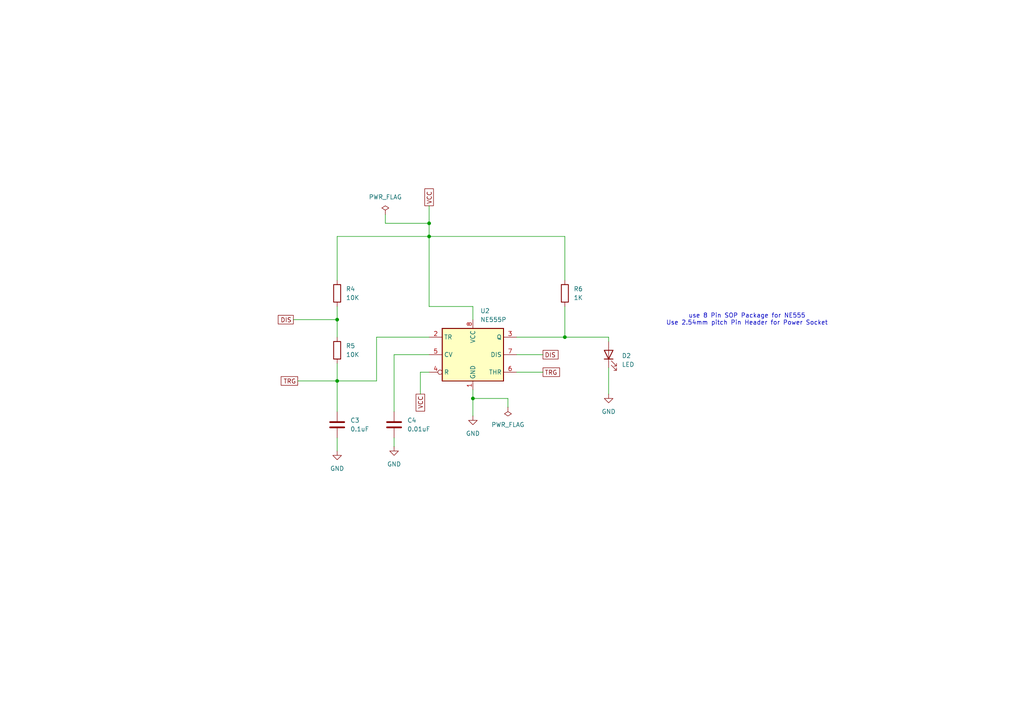
<source format=kicad_sch>
(kicad_sch
	(version 20250114)
	(generator "eeschema")
	(generator_version "9.0")
	(uuid "a28c6c67-adb5-4032-b2e1-fdc3d082dcf5")
	(paper "A4")
	(lib_symbols
		(symbol "Device:C"
			(pin_numbers
				(hide yes)
			)
			(pin_names
				(offset 0.254)
			)
			(exclude_from_sim no)
			(in_bom yes)
			(on_board yes)
			(property "Reference" "C"
				(at 0.635 2.54 0)
				(effects
					(font
						(size 1.27 1.27)
					)
					(justify left)
				)
			)
			(property "Value" "C"
				(at 0.635 -2.54 0)
				(effects
					(font
						(size 1.27 1.27)
					)
					(justify left)
				)
			)
			(property "Footprint" ""
				(at 0.9652 -3.81 0)
				(effects
					(font
						(size 1.27 1.27)
					)
					(hide yes)
				)
			)
			(property "Datasheet" "~"
				(at 0 0 0)
				(effects
					(font
						(size 1.27 1.27)
					)
					(hide yes)
				)
			)
			(property "Description" "Unpolarized capacitor"
				(at 0 0 0)
				(effects
					(font
						(size 1.27 1.27)
					)
					(hide yes)
				)
			)
			(property "ki_keywords" "cap capacitor"
				(at 0 0 0)
				(effects
					(font
						(size 1.27 1.27)
					)
					(hide yes)
				)
			)
			(property "ki_fp_filters" "C_*"
				(at 0 0 0)
				(effects
					(font
						(size 1.27 1.27)
					)
					(hide yes)
				)
			)
			(symbol "C_0_1"
				(polyline
					(pts
						(xy -2.032 0.762) (xy 2.032 0.762)
					)
					(stroke
						(width 0.508)
						(type default)
					)
					(fill
						(type none)
					)
				)
				(polyline
					(pts
						(xy -2.032 -0.762) (xy 2.032 -0.762)
					)
					(stroke
						(width 0.508)
						(type default)
					)
					(fill
						(type none)
					)
				)
			)
			(symbol "C_1_1"
				(pin passive line
					(at 0 3.81 270)
					(length 2.794)
					(name "~"
						(effects
							(font
								(size 1.27 1.27)
							)
						)
					)
					(number "1"
						(effects
							(font
								(size 1.27 1.27)
							)
						)
					)
				)
				(pin passive line
					(at 0 -3.81 90)
					(length 2.794)
					(name "~"
						(effects
							(font
								(size 1.27 1.27)
							)
						)
					)
					(number "2"
						(effects
							(font
								(size 1.27 1.27)
							)
						)
					)
				)
			)
			(embedded_fonts no)
		)
		(symbol "Device:LED"
			(pin_numbers
				(hide yes)
			)
			(pin_names
				(offset 1.016)
				(hide yes)
			)
			(exclude_from_sim no)
			(in_bom yes)
			(on_board yes)
			(property "Reference" "D"
				(at 0 2.54 0)
				(effects
					(font
						(size 1.27 1.27)
					)
				)
			)
			(property "Value" "LED"
				(at 0 -2.54 0)
				(effects
					(font
						(size 1.27 1.27)
					)
				)
			)
			(property "Footprint" ""
				(at 0 0 0)
				(effects
					(font
						(size 1.27 1.27)
					)
					(hide yes)
				)
			)
			(property "Datasheet" "~"
				(at 0 0 0)
				(effects
					(font
						(size 1.27 1.27)
					)
					(hide yes)
				)
			)
			(property "Description" "Light emitting diode"
				(at 0 0 0)
				(effects
					(font
						(size 1.27 1.27)
					)
					(hide yes)
				)
			)
			(property "Sim.Pins" "1=K 2=A"
				(at 0 0 0)
				(effects
					(font
						(size 1.27 1.27)
					)
					(hide yes)
				)
			)
			(property "ki_keywords" "LED diode"
				(at 0 0 0)
				(effects
					(font
						(size 1.27 1.27)
					)
					(hide yes)
				)
			)
			(property "ki_fp_filters" "LED* LED_SMD:* LED_THT:*"
				(at 0 0 0)
				(effects
					(font
						(size 1.27 1.27)
					)
					(hide yes)
				)
			)
			(symbol "LED_0_1"
				(polyline
					(pts
						(xy -3.048 -0.762) (xy -4.572 -2.286) (xy -3.81 -2.286) (xy -4.572 -2.286) (xy -4.572 -1.524)
					)
					(stroke
						(width 0)
						(type default)
					)
					(fill
						(type none)
					)
				)
				(polyline
					(pts
						(xy -1.778 -0.762) (xy -3.302 -2.286) (xy -2.54 -2.286) (xy -3.302 -2.286) (xy -3.302 -1.524)
					)
					(stroke
						(width 0)
						(type default)
					)
					(fill
						(type none)
					)
				)
				(polyline
					(pts
						(xy -1.27 0) (xy 1.27 0)
					)
					(stroke
						(width 0)
						(type default)
					)
					(fill
						(type none)
					)
				)
				(polyline
					(pts
						(xy -1.27 -1.27) (xy -1.27 1.27)
					)
					(stroke
						(width 0.254)
						(type default)
					)
					(fill
						(type none)
					)
				)
				(polyline
					(pts
						(xy 1.27 -1.27) (xy 1.27 1.27) (xy -1.27 0) (xy 1.27 -1.27)
					)
					(stroke
						(width 0.254)
						(type default)
					)
					(fill
						(type none)
					)
				)
			)
			(symbol "LED_1_1"
				(pin passive line
					(at -3.81 0 0)
					(length 2.54)
					(name "K"
						(effects
							(font
								(size 1.27 1.27)
							)
						)
					)
					(number "1"
						(effects
							(font
								(size 1.27 1.27)
							)
						)
					)
				)
				(pin passive line
					(at 3.81 0 180)
					(length 2.54)
					(name "A"
						(effects
							(font
								(size 1.27 1.27)
							)
						)
					)
					(number "2"
						(effects
							(font
								(size 1.27 1.27)
							)
						)
					)
				)
			)
			(embedded_fonts no)
		)
		(symbol "Device:R"
			(pin_numbers
				(hide yes)
			)
			(pin_names
				(offset 0)
			)
			(exclude_from_sim no)
			(in_bom yes)
			(on_board yes)
			(property "Reference" "R"
				(at 2.032 0 90)
				(effects
					(font
						(size 1.27 1.27)
					)
				)
			)
			(property "Value" "R"
				(at 0 0 90)
				(effects
					(font
						(size 1.27 1.27)
					)
				)
			)
			(property "Footprint" ""
				(at -1.778 0 90)
				(effects
					(font
						(size 1.27 1.27)
					)
					(hide yes)
				)
			)
			(property "Datasheet" "~"
				(at 0 0 0)
				(effects
					(font
						(size 1.27 1.27)
					)
					(hide yes)
				)
			)
			(property "Description" "Resistor"
				(at 0 0 0)
				(effects
					(font
						(size 1.27 1.27)
					)
					(hide yes)
				)
			)
			(property "ki_keywords" "R res resistor"
				(at 0 0 0)
				(effects
					(font
						(size 1.27 1.27)
					)
					(hide yes)
				)
			)
			(property "ki_fp_filters" "R_*"
				(at 0 0 0)
				(effects
					(font
						(size 1.27 1.27)
					)
					(hide yes)
				)
			)
			(symbol "R_0_1"
				(rectangle
					(start -1.016 -2.54)
					(end 1.016 2.54)
					(stroke
						(width 0.254)
						(type default)
					)
					(fill
						(type none)
					)
				)
			)
			(symbol "R_1_1"
				(pin passive line
					(at 0 3.81 270)
					(length 1.27)
					(name "~"
						(effects
							(font
								(size 1.27 1.27)
							)
						)
					)
					(number "1"
						(effects
							(font
								(size 1.27 1.27)
							)
						)
					)
				)
				(pin passive line
					(at 0 -3.81 90)
					(length 1.27)
					(name "~"
						(effects
							(font
								(size 1.27 1.27)
							)
						)
					)
					(number "2"
						(effects
							(font
								(size 1.27 1.27)
							)
						)
					)
				)
			)
			(embedded_fonts no)
		)
		(symbol "Timer:NE555P"
			(exclude_from_sim no)
			(in_bom yes)
			(on_board yes)
			(property "Reference" "U"
				(at -10.16 8.89 0)
				(effects
					(font
						(size 1.27 1.27)
					)
					(justify left)
				)
			)
			(property "Value" "NE555P"
				(at 2.54 8.89 0)
				(effects
					(font
						(size 1.27 1.27)
					)
					(justify left)
				)
			)
			(property "Footprint" "Package_DIP:DIP-8_W7.62mm"
				(at 16.51 -10.16 0)
				(effects
					(font
						(size 1.27 1.27)
					)
					(hide yes)
				)
			)
			(property "Datasheet" "http://www.ti.com/lit/ds/symlink/ne555.pdf"
				(at 21.59 -10.16 0)
				(effects
					(font
						(size 1.27 1.27)
					)
					(hide yes)
				)
			)
			(property "Description" "Precision Timers, 555 compatible,  PDIP-8"
				(at 0 0 0)
				(effects
					(font
						(size 1.27 1.27)
					)
					(hide yes)
				)
			)
			(property "ki_keywords" "single timer 555"
				(at 0 0 0)
				(effects
					(font
						(size 1.27 1.27)
					)
					(hide yes)
				)
			)
			(property "ki_fp_filters" "DIP*W7.62mm*"
				(at 0 0 0)
				(effects
					(font
						(size 1.27 1.27)
					)
					(hide yes)
				)
			)
			(symbol "NE555P_0_0"
				(pin power_in line
					(at 0 10.16 270)
					(length 2.54)
					(name "VCC"
						(effects
							(font
								(size 1.27 1.27)
							)
						)
					)
					(number "8"
						(effects
							(font
								(size 1.27 1.27)
							)
						)
					)
				)
				(pin power_in line
					(at 0 -10.16 90)
					(length 2.54)
					(name "GND"
						(effects
							(font
								(size 1.27 1.27)
							)
						)
					)
					(number "1"
						(effects
							(font
								(size 1.27 1.27)
							)
						)
					)
				)
			)
			(symbol "NE555P_0_1"
				(rectangle
					(start -8.89 -7.62)
					(end 8.89 7.62)
					(stroke
						(width 0.254)
						(type default)
					)
					(fill
						(type background)
					)
				)
				(rectangle
					(start -8.89 -7.62)
					(end 8.89 7.62)
					(stroke
						(width 0.254)
						(type default)
					)
					(fill
						(type background)
					)
				)
			)
			(symbol "NE555P_1_1"
				(pin input line
					(at -12.7 5.08 0)
					(length 3.81)
					(name "TR"
						(effects
							(font
								(size 1.27 1.27)
							)
						)
					)
					(number "2"
						(effects
							(font
								(size 1.27 1.27)
							)
						)
					)
				)
				(pin input line
					(at -12.7 0 0)
					(length 3.81)
					(name "CV"
						(effects
							(font
								(size 1.27 1.27)
							)
						)
					)
					(number "5"
						(effects
							(font
								(size 1.27 1.27)
							)
						)
					)
				)
				(pin input inverted
					(at -12.7 -5.08 0)
					(length 3.81)
					(name "R"
						(effects
							(font
								(size 1.27 1.27)
							)
						)
					)
					(number "4"
						(effects
							(font
								(size 1.27 1.27)
							)
						)
					)
				)
				(pin output line
					(at 12.7 5.08 180)
					(length 3.81)
					(name "Q"
						(effects
							(font
								(size 1.27 1.27)
							)
						)
					)
					(number "3"
						(effects
							(font
								(size 1.27 1.27)
							)
						)
					)
				)
				(pin input line
					(at 12.7 0 180)
					(length 3.81)
					(name "DIS"
						(effects
							(font
								(size 1.27 1.27)
							)
						)
					)
					(number "7"
						(effects
							(font
								(size 1.27 1.27)
							)
						)
					)
				)
				(pin input line
					(at 12.7 -5.08 180)
					(length 3.81)
					(name "THR"
						(effects
							(font
								(size 1.27 1.27)
							)
						)
					)
					(number "6"
						(effects
							(font
								(size 1.27 1.27)
							)
						)
					)
				)
			)
			(embedded_fonts no)
		)
		(symbol "power:GND"
			(power)
			(pin_numbers
				(hide yes)
			)
			(pin_names
				(offset 0)
				(hide yes)
			)
			(exclude_from_sim no)
			(in_bom yes)
			(on_board yes)
			(property "Reference" "#PWR"
				(at 0 -6.35 0)
				(effects
					(font
						(size 1.27 1.27)
					)
					(hide yes)
				)
			)
			(property "Value" "GND"
				(at 0 -3.81 0)
				(effects
					(font
						(size 1.27 1.27)
					)
				)
			)
			(property "Footprint" ""
				(at 0 0 0)
				(effects
					(font
						(size 1.27 1.27)
					)
					(hide yes)
				)
			)
			(property "Datasheet" ""
				(at 0 0 0)
				(effects
					(font
						(size 1.27 1.27)
					)
					(hide yes)
				)
			)
			(property "Description" "Power symbol creates a global label with name \"GND\" , ground"
				(at 0 0 0)
				(effects
					(font
						(size 1.27 1.27)
					)
					(hide yes)
				)
			)
			(property "ki_keywords" "global power"
				(at 0 0 0)
				(effects
					(font
						(size 1.27 1.27)
					)
					(hide yes)
				)
			)
			(symbol "GND_0_1"
				(polyline
					(pts
						(xy 0 0) (xy 0 -1.27) (xy 1.27 -1.27) (xy 0 -2.54) (xy -1.27 -1.27) (xy 0 -1.27)
					)
					(stroke
						(width 0)
						(type default)
					)
					(fill
						(type none)
					)
				)
			)
			(symbol "GND_1_1"
				(pin power_in line
					(at 0 0 270)
					(length 0)
					(name "~"
						(effects
							(font
								(size 1.27 1.27)
							)
						)
					)
					(number "1"
						(effects
							(font
								(size 1.27 1.27)
							)
						)
					)
				)
			)
			(embedded_fonts no)
		)
		(symbol "power:PWR_FLAG"
			(power)
			(pin_numbers
				(hide yes)
			)
			(pin_names
				(offset 0)
				(hide yes)
			)
			(exclude_from_sim no)
			(in_bom yes)
			(on_board yes)
			(property "Reference" "#FLG"
				(at 0 1.905 0)
				(effects
					(font
						(size 1.27 1.27)
					)
					(hide yes)
				)
			)
			(property "Value" "PWR_FLAG"
				(at 0 3.81 0)
				(effects
					(font
						(size 1.27 1.27)
					)
				)
			)
			(property "Footprint" ""
				(at 0 0 0)
				(effects
					(font
						(size 1.27 1.27)
					)
					(hide yes)
				)
			)
			(property "Datasheet" "~"
				(at 0 0 0)
				(effects
					(font
						(size 1.27 1.27)
					)
					(hide yes)
				)
			)
			(property "Description" "Special symbol for telling ERC where power comes from"
				(at 0 0 0)
				(effects
					(font
						(size 1.27 1.27)
					)
					(hide yes)
				)
			)
			(property "ki_keywords" "flag power"
				(at 0 0 0)
				(effects
					(font
						(size 1.27 1.27)
					)
					(hide yes)
				)
			)
			(symbol "PWR_FLAG_0_0"
				(pin power_out line
					(at 0 0 90)
					(length 0)
					(name "~"
						(effects
							(font
								(size 1.27 1.27)
							)
						)
					)
					(number "1"
						(effects
							(font
								(size 1.27 1.27)
							)
						)
					)
				)
			)
			(symbol "PWR_FLAG_0_1"
				(polyline
					(pts
						(xy 0 0) (xy 0 1.27) (xy -1.016 1.905) (xy 0 2.54) (xy 1.016 1.905) (xy 0 1.27)
					)
					(stroke
						(width 0)
						(type default)
					)
					(fill
						(type none)
					)
				)
			)
			(embedded_fonts no)
		)
	)
	(text "use 8 Pin SOP Package for NE555\nUse 2.54mm pitch Pin Header for Power Socket"
		(exclude_from_sim no)
		(at 216.662 92.71 0)
		(effects
			(font
				(size 1.27 1.27)
			)
		)
		(uuid "19e91809-8bf3-4120-8590-26e94f0e53df")
	)
	(junction
		(at 137.16 115.57)
		(diameter 0)
		(color 0 0 0 0)
		(uuid "170f1544-3d0c-4949-b31a-e1a611874d69")
	)
	(junction
		(at 97.79 110.49)
		(diameter 0)
		(color 0 0 0 0)
		(uuid "5a98c45b-b466-4a26-99c3-3cc8c2625595")
	)
	(junction
		(at 97.79 92.71)
		(diameter 0)
		(color 0 0 0 0)
		(uuid "a246986b-70de-4e4c-b0d1-8bd2a7797140")
	)
	(junction
		(at 163.83 97.79)
		(diameter 0)
		(color 0 0 0 0)
		(uuid "b2a26d53-5284-4388-8bea-8b3f29b2893a")
	)
	(junction
		(at 124.46 64.77)
		(diameter 0)
		(color 0 0 0 0)
		(uuid "db453200-6752-48e9-8c4b-e27bd41ddf43")
	)
	(junction
		(at 124.46 68.58)
		(diameter 0)
		(color 0 0 0 0)
		(uuid "fe52dc24-1b9a-4bc9-a8a0-725a5becd929")
	)
	(wire
		(pts
			(xy 97.79 68.58) (xy 124.46 68.58)
		)
		(stroke
			(width 0)
			(type default)
		)
		(uuid "12234cea-b78f-46f2-a49e-3259aaa2b3b7")
	)
	(wire
		(pts
			(xy 163.83 97.79) (xy 176.53 97.79)
		)
		(stroke
			(width 0)
			(type default)
		)
		(uuid "14ccda7c-3400-43ce-9c96-1d07af6e04d6")
	)
	(wire
		(pts
			(xy 137.16 115.57) (xy 147.32 115.57)
		)
		(stroke
			(width 0)
			(type default)
		)
		(uuid "162d09fc-9628-4260-a1aa-df5efcf823bf")
	)
	(wire
		(pts
			(xy 109.22 97.79) (xy 109.22 110.49)
		)
		(stroke
			(width 0)
			(type default)
		)
		(uuid "202d1f55-4aab-49b7-bb06-c455f383b722")
	)
	(wire
		(pts
			(xy 124.46 68.58) (xy 124.46 88.9)
		)
		(stroke
			(width 0)
			(type default)
		)
		(uuid "2758a149-2ede-48d2-8ff6-a914befef90e")
	)
	(wire
		(pts
			(xy 176.53 97.79) (xy 176.53 99.06)
		)
		(stroke
			(width 0)
			(type default)
		)
		(uuid "3d513889-3ac8-4dbe-9f97-c164bf2e8f39")
	)
	(wire
		(pts
			(xy 111.76 62.23) (xy 111.76 64.77)
		)
		(stroke
			(width 0)
			(type default)
		)
		(uuid "3dba11c9-7f1f-4efe-a55a-04bb140a4bf5")
	)
	(wire
		(pts
			(xy 124.46 59.69) (xy 124.46 64.77)
		)
		(stroke
			(width 0)
			(type default)
		)
		(uuid "46a410e4-b54b-49f0-80a6-6e05085f96bc")
	)
	(wire
		(pts
			(xy 149.86 97.79) (xy 163.83 97.79)
		)
		(stroke
			(width 0)
			(type default)
		)
		(uuid "49748542-5874-4602-8bc9-8b999315d31f")
	)
	(wire
		(pts
			(xy 85.09 92.71) (xy 97.79 92.71)
		)
		(stroke
			(width 0)
			(type default)
		)
		(uuid "4ba9f137-5a0b-4143-a5fc-6fa4fade112d")
	)
	(wire
		(pts
			(xy 137.16 88.9) (xy 124.46 88.9)
		)
		(stroke
			(width 0)
			(type default)
		)
		(uuid "50d0758a-bcee-4306-821d-8f45b55a7b56")
	)
	(wire
		(pts
			(xy 137.16 113.03) (xy 137.16 115.57)
		)
		(stroke
			(width 0)
			(type default)
		)
		(uuid "6276b732-004a-4687-b080-ac3511ac9faa")
	)
	(wire
		(pts
			(xy 97.79 105.41) (xy 97.79 110.49)
		)
		(stroke
			(width 0)
			(type default)
		)
		(uuid "630d0d0c-2ef6-4601-b87a-acfa541995d7")
	)
	(wire
		(pts
			(xy 163.83 68.58) (xy 163.83 81.28)
		)
		(stroke
			(width 0)
			(type default)
		)
		(uuid "6ebc3fa0-d582-4d53-b2b5-412b5f63c81d")
	)
	(wire
		(pts
			(xy 111.76 64.77) (xy 124.46 64.77)
		)
		(stroke
			(width 0)
			(type default)
		)
		(uuid "6fd99767-2d79-4776-9681-7d4045fc8d32")
	)
	(wire
		(pts
			(xy 147.32 118.11) (xy 147.32 115.57)
		)
		(stroke
			(width 0)
			(type default)
		)
		(uuid "754dd6c0-41c1-429b-8dfd-7c658f6d1b6a")
	)
	(wire
		(pts
			(xy 149.86 102.87) (xy 157.48 102.87)
		)
		(stroke
			(width 0)
			(type default)
		)
		(uuid "7834d939-a466-4aa0-9a6d-48a5f7e933f4")
	)
	(wire
		(pts
			(xy 97.79 88.9) (xy 97.79 92.71)
		)
		(stroke
			(width 0)
			(type default)
		)
		(uuid "7cea5691-c96e-4b03-a2cd-b5afabe62451")
	)
	(wire
		(pts
			(xy 114.3 102.87) (xy 114.3 119.38)
		)
		(stroke
			(width 0)
			(type default)
		)
		(uuid "89d5ca15-6202-4868-bb1c-854592cff775")
	)
	(wire
		(pts
			(xy 137.16 92.71) (xy 137.16 88.9)
		)
		(stroke
			(width 0)
			(type default)
		)
		(uuid "8f5b31d8-b165-49d6-99e5-3f05c264c60e")
	)
	(wire
		(pts
			(xy 114.3 127) (xy 114.3 129.54)
		)
		(stroke
			(width 0)
			(type default)
		)
		(uuid "91e604a0-ffe8-4475-b0b7-f4881fc212f7")
	)
	(wire
		(pts
			(xy 163.83 88.9) (xy 163.83 97.79)
		)
		(stroke
			(width 0)
			(type default)
		)
		(uuid "9861651b-91b4-41c5-814d-0f2decdfc0c7")
	)
	(wire
		(pts
			(xy 86.36 110.49) (xy 97.79 110.49)
		)
		(stroke
			(width 0)
			(type default)
		)
		(uuid "99dad336-33a7-4a32-a1e1-f2661a9651a2")
	)
	(wire
		(pts
			(xy 124.46 102.87) (xy 114.3 102.87)
		)
		(stroke
			(width 0)
			(type default)
		)
		(uuid "9f7231ca-6078-4ef6-b7ec-6af6768da1d0")
	)
	(wire
		(pts
			(xy 124.46 97.79) (xy 109.22 97.79)
		)
		(stroke
			(width 0)
			(type default)
		)
		(uuid "a292a734-36f9-41ef-b702-4221ee78b40a")
	)
	(wire
		(pts
			(xy 137.16 115.57) (xy 137.16 120.65)
		)
		(stroke
			(width 0)
			(type default)
		)
		(uuid "a862f475-f904-4dc2-8da4-5c7d1d40f271")
	)
	(wire
		(pts
			(xy 124.46 107.95) (xy 121.92 107.95)
		)
		(stroke
			(width 0)
			(type default)
		)
		(uuid "b0a6b785-a1dc-4a28-946f-d9ac38412e20")
	)
	(wire
		(pts
			(xy 97.79 110.49) (xy 97.79 119.38)
		)
		(stroke
			(width 0)
			(type default)
		)
		(uuid "b967fd92-5906-494f-88ed-7acbb244606e")
	)
	(wire
		(pts
			(xy 97.79 127) (xy 97.79 130.81)
		)
		(stroke
			(width 0)
			(type default)
		)
		(uuid "cd5dab12-ba11-483a-82db-992f66d65c11")
	)
	(wire
		(pts
			(xy 121.92 107.95) (xy 121.92 114.3)
		)
		(stroke
			(width 0)
			(type default)
		)
		(uuid "d100e694-617e-48b5-89c7-873dad26d0db")
	)
	(wire
		(pts
			(xy 149.86 107.95) (xy 157.48 107.95)
		)
		(stroke
			(width 0)
			(type default)
		)
		(uuid "d22da715-0f86-40ec-ac56-7f4ba92833ff")
	)
	(wire
		(pts
			(xy 176.53 106.68) (xy 176.53 114.3)
		)
		(stroke
			(width 0)
			(type default)
		)
		(uuid "e0449860-4019-4dad-b0af-62b8b8d90cda")
	)
	(wire
		(pts
			(xy 97.79 92.71) (xy 97.79 97.79)
		)
		(stroke
			(width 0)
			(type default)
		)
		(uuid "e12e0027-0a32-4b65-8e77-8689c57a6b54")
	)
	(wire
		(pts
			(xy 97.79 110.49) (xy 109.22 110.49)
		)
		(stroke
			(width 0)
			(type default)
		)
		(uuid "f354d6cd-1520-499f-b102-b817d70bcac0")
	)
	(wire
		(pts
			(xy 97.79 68.58) (xy 97.79 81.28)
		)
		(stroke
			(width 0)
			(type default)
		)
		(uuid "f6fa71c9-035d-42f9-9f04-1cb773eb0dd3")
	)
	(wire
		(pts
			(xy 124.46 68.58) (xy 163.83 68.58)
		)
		(stroke
			(width 0)
			(type default)
		)
		(uuid "fb15146f-e771-47bc-bfc5-3855d941a00f")
	)
	(wire
		(pts
			(xy 124.46 64.77) (xy 124.46 68.58)
		)
		(stroke
			(width 0)
			(type default)
		)
		(uuid "fe2e47b5-9eb3-4765-82a8-31cc2ee68762")
	)
	(global_label "DIS"
		(shape passive)
		(at 157.48 102.87 0)
		(fields_autoplaced yes)
		(effects
			(font
				(size 1.27 1.27)
			)
			(justify left)
		)
		(uuid "0b2d284d-4e93-40a9-a605-8b54b4d03def")
		(property "Intersheetrefs" "${INTERSHEET_REFS}"
			(at 162.4382 102.87 0)
			(effects
				(font
					(size 1.27 1.27)
				)
				(justify left)
				(hide yes)
			)
		)
	)
	(global_label "DIS"
		(shape passive)
		(at 85.09 92.71 180)
		(fields_autoplaced yes)
		(effects
			(font
				(size 1.27 1.27)
			)
			(justify right)
		)
		(uuid "0eec3e11-9507-4698-82ae-6f72e756a0b1")
		(property "Intersheetrefs" "${INTERSHEET_REFS}"
			(at 80.1318 92.71 0)
			(effects
				(font
					(size 1.27 1.27)
				)
				(justify right)
				(hide yes)
			)
		)
	)
	(global_label "TRG"
		(shape passive)
		(at 86.36 110.49 180)
		(fields_autoplaced yes)
		(effects
			(font
				(size 1.27 1.27)
			)
			(justify right)
		)
		(uuid "32ee7612-3995-45e5-a3a0-14598b89dbf6")
		(property "Intersheetrefs" "${INTERSHEET_REFS}"
			(at 80.9785 110.49 0)
			(effects
				(font
					(size 1.27 1.27)
				)
				(justify right)
				(hide yes)
			)
		)
	)
	(global_label "VCC"
		(shape passive)
		(at 121.92 114.3 270)
		(fields_autoplaced yes)
		(effects
			(font
				(size 1.27 1.27)
			)
			(justify right)
		)
		(uuid "a495a287-239c-4a53-8dff-4f8013b7fb7c")
		(property "Intersheetrefs" "${INTERSHEET_REFS}"
			(at 121.92 119.8025 90)
			(effects
				(font
					(size 1.27 1.27)
				)
				(justify right)
				(hide yes)
			)
		)
	)
	(global_label "TRG"
		(shape passive)
		(at 157.48 107.95 0)
		(fields_autoplaced yes)
		(effects
			(font
				(size 1.27 1.27)
			)
			(justify left)
		)
		(uuid "bfd2113f-1ed4-43a8-b74c-87d8b2236f55")
		(property "Intersheetrefs" "${INTERSHEET_REFS}"
			(at 162.8615 107.95 0)
			(effects
				(font
					(size 1.27 1.27)
				)
				(justify left)
				(hide yes)
			)
		)
	)
	(global_label "VCC"
		(shape passive)
		(at 124.46 59.69 90)
		(fields_autoplaced yes)
		(effects
			(font
				(size 1.27 1.27)
			)
			(justify left)
		)
		(uuid "f189027e-ad8b-464f-8e39-d1269c71eefb")
		(property "Intersheetrefs" "${INTERSHEET_REFS}"
			(at 124.46 54.1875 90)
			(effects
				(font
					(size 1.27 1.27)
				)
				(justify left)
				(hide yes)
			)
		)
	)
	(symbol
		(lib_id "Device:R")
		(at 163.83 85.09 0)
		(unit 1)
		(exclude_from_sim no)
		(in_bom yes)
		(on_board yes)
		(dnp no)
		(fields_autoplaced yes)
		(uuid "0cd5ccc0-e0bb-4e61-857c-e082bed66abb")
		(property "Reference" "R6"
			(at 166.37 83.8199 0)
			(effects
				(font
					(size 1.27 1.27)
				)
				(justify left)
			)
		)
		(property "Value" "1K"
			(at 166.37 86.3599 0)
			(effects
				(font
					(size 1.27 1.27)
				)
				(justify left)
			)
		)
		(property "Footprint" "Resistor_SMD:R_0603_1608Metric"
			(at 162.052 85.09 90)
			(effects
				(font
					(size 1.27 1.27)
				)
				(hide yes)
			)
		)
		(property "Datasheet" "~"
			(at 163.83 85.09 0)
			(effects
				(font
					(size 1.27 1.27)
				)
				(hide yes)
			)
		)
		(property "Description" "Resistor"
			(at 163.83 85.09 0)
			(effects
				(font
					(size 1.27 1.27)
				)
				(hide yes)
			)
		)
		(pin "1"
			(uuid "b447edf0-9635-4720-82ac-0ccffb9d8c62")
		)
		(pin "2"
			(uuid "daefd053-0026-47d6-9fb1-005bd54427f7")
		)
		(instances
			(project "555 Astable multivibrator"
				(path "/0f1f8799-224b-47cb-ac3d-31f73aa682aa/11866f9b-97bd-4bc2-a178-2373af1431d9"
					(reference "R6")
					(unit 1)
				)
			)
		)
	)
	(symbol
		(lib_id "Device:LED")
		(at 176.53 102.87 90)
		(unit 1)
		(exclude_from_sim no)
		(in_bom yes)
		(on_board yes)
		(dnp no)
		(fields_autoplaced yes)
		(uuid "2567dd67-f666-44db-95f1-4fc1889264bb")
		(property "Reference" "D2"
			(at 180.34 103.1874 90)
			(effects
				(font
					(size 1.27 1.27)
				)
				(justify right)
			)
		)
		(property "Value" "LED"
			(at 180.34 105.7274 90)
			(effects
				(font
					(size 1.27 1.27)
				)
				(justify right)
			)
		)
		(property "Footprint" "LED_SMD:LED_0603_1608Metric"
			(at 176.53 102.87 0)
			(effects
				(font
					(size 1.27 1.27)
				)
				(hide yes)
			)
		)
		(property "Datasheet" "~"
			(at 176.53 102.87 0)
			(effects
				(font
					(size 1.27 1.27)
				)
				(hide yes)
			)
		)
		(property "Description" "Light emitting diode"
			(at 176.53 102.87 0)
			(effects
				(font
					(size 1.27 1.27)
				)
				(hide yes)
			)
		)
		(property "Sim.Pins" "1=K 2=A"
			(at 176.53 102.87 0)
			(effects
				(font
					(size 1.27 1.27)
				)
				(hide yes)
			)
		)
		(pin "2"
			(uuid "45c13cac-60a4-4766-a93c-89cf05de0f16")
		)
		(pin "1"
			(uuid "eaf77300-ece2-439f-8c3e-d628ae2e0e4b")
		)
		(instances
			(project "555 Astable multivibrator"
				(path "/0f1f8799-224b-47cb-ac3d-31f73aa682aa/11866f9b-97bd-4bc2-a178-2373af1431d9"
					(reference "D2")
					(unit 1)
				)
			)
		)
	)
	(symbol
		(lib_id "power:GND")
		(at 114.3 129.54 0)
		(unit 1)
		(exclude_from_sim no)
		(in_bom yes)
		(on_board yes)
		(dnp no)
		(fields_autoplaced yes)
		(uuid "28faf09a-c423-4b3e-acbc-8e3ca9561aee")
		(property "Reference" "#PWR07"
			(at 114.3 135.89 0)
			(effects
				(font
					(size 1.27 1.27)
				)
				(hide yes)
			)
		)
		(property "Value" "GND"
			(at 114.3 134.62 0)
			(effects
				(font
					(size 1.27 1.27)
				)
			)
		)
		(property "Footprint" ""
			(at 114.3 129.54 0)
			(effects
				(font
					(size 1.27 1.27)
				)
				(hide yes)
			)
		)
		(property "Datasheet" ""
			(at 114.3 129.54 0)
			(effects
				(font
					(size 1.27 1.27)
				)
				(hide yes)
			)
		)
		(property "Description" "Power symbol creates a global label with name \"GND\" , ground"
			(at 114.3 129.54 0)
			(effects
				(font
					(size 1.27 1.27)
				)
				(hide yes)
			)
		)
		(pin "1"
			(uuid "a279175f-9d26-40a5-88e6-fcae64a02318")
		)
		(instances
			(project "555 Astable multivibrator"
				(path "/0f1f8799-224b-47cb-ac3d-31f73aa682aa/11866f9b-97bd-4bc2-a178-2373af1431d9"
					(reference "#PWR07")
					(unit 1)
				)
			)
		)
	)
	(symbol
		(lib_id "power:GND")
		(at 97.79 130.81 0)
		(unit 1)
		(exclude_from_sim no)
		(in_bom yes)
		(on_board yes)
		(dnp no)
		(fields_autoplaced yes)
		(uuid "32242d2d-d4ba-49bc-90c9-bfb2d6bcfaf7")
		(property "Reference" "#PWR04"
			(at 97.79 137.16 0)
			(effects
				(font
					(size 1.27 1.27)
				)
				(hide yes)
			)
		)
		(property "Value" "GND"
			(at 97.79 135.89 0)
			(effects
				(font
					(size 1.27 1.27)
				)
			)
		)
		(property "Footprint" ""
			(at 97.79 130.81 0)
			(effects
				(font
					(size 1.27 1.27)
				)
				(hide yes)
			)
		)
		(property "Datasheet" ""
			(at 97.79 130.81 0)
			(effects
				(font
					(size 1.27 1.27)
				)
				(hide yes)
			)
		)
		(property "Description" "Power symbol creates a global label with name \"GND\" , ground"
			(at 97.79 130.81 0)
			(effects
				(font
					(size 1.27 1.27)
				)
				(hide yes)
			)
		)
		(pin "1"
			(uuid "3e5327ac-8fba-4d45-9cfe-5f8203f7d330")
		)
		(instances
			(project "555 Astable multivibrator"
				(path "/0f1f8799-224b-47cb-ac3d-31f73aa682aa/11866f9b-97bd-4bc2-a178-2373af1431d9"
					(reference "#PWR04")
					(unit 1)
				)
			)
		)
	)
	(symbol
		(lib_id "Device:R")
		(at 97.79 85.09 0)
		(unit 1)
		(exclude_from_sim no)
		(in_bom yes)
		(on_board yes)
		(dnp no)
		(fields_autoplaced yes)
		(uuid "4cee57c3-e962-4536-b850-aea3b131042c")
		(property "Reference" "R4"
			(at 100.33 83.8199 0)
			(effects
				(font
					(size 1.27 1.27)
				)
				(justify left)
			)
		)
		(property "Value" "10K"
			(at 100.33 86.3599 0)
			(effects
				(font
					(size 1.27 1.27)
				)
				(justify left)
			)
		)
		(property "Footprint" "Resistor_SMD:R_0603_1608Metric"
			(at 96.012 85.09 90)
			(effects
				(font
					(size 1.27 1.27)
				)
				(hide yes)
			)
		)
		(property "Datasheet" "~"
			(at 97.79 85.09 0)
			(effects
				(font
					(size 1.27 1.27)
				)
				(hide yes)
			)
		)
		(property "Description" "Resistor"
			(at 97.79 85.09 0)
			(effects
				(font
					(size 1.27 1.27)
				)
				(hide yes)
			)
		)
		(pin "1"
			(uuid "3f557e3c-6e37-4216-8f40-5a1ee8c29b69")
		)
		(pin "2"
			(uuid "9cef8f3d-e062-4168-8ad4-0ada1cf0cb15")
		)
		(instances
			(project "555 Astable multivibrator"
				(path "/0f1f8799-224b-47cb-ac3d-31f73aa682aa/11866f9b-97bd-4bc2-a178-2373af1431d9"
					(reference "R4")
					(unit 1)
				)
			)
		)
	)
	(symbol
		(lib_id "power:GND")
		(at 176.53 114.3 0)
		(unit 1)
		(exclude_from_sim no)
		(in_bom yes)
		(on_board yes)
		(dnp no)
		(fields_autoplaced yes)
		(uuid "54b6acbd-26cc-4a60-8f20-27b44a4c0731")
		(property "Reference" "#PWR09"
			(at 176.53 120.65 0)
			(effects
				(font
					(size 1.27 1.27)
				)
				(hide yes)
			)
		)
		(property "Value" "GND"
			(at 176.53 119.38 0)
			(effects
				(font
					(size 1.27 1.27)
				)
			)
		)
		(property "Footprint" ""
			(at 176.53 114.3 0)
			(effects
				(font
					(size 1.27 1.27)
				)
				(hide yes)
			)
		)
		(property "Datasheet" ""
			(at 176.53 114.3 0)
			(effects
				(font
					(size 1.27 1.27)
				)
				(hide yes)
			)
		)
		(property "Description" "Power symbol creates a global label with name \"GND\" , ground"
			(at 176.53 114.3 0)
			(effects
				(font
					(size 1.27 1.27)
				)
				(hide yes)
			)
		)
		(pin "1"
			(uuid "577aa594-550e-4fb5-a7ca-58713a8e840c")
		)
		(instances
			(project "555 Astable multivibrator"
				(path "/0f1f8799-224b-47cb-ac3d-31f73aa682aa/11866f9b-97bd-4bc2-a178-2373af1431d9"
					(reference "#PWR09")
					(unit 1)
				)
			)
		)
	)
	(symbol
		(lib_id "Device:C")
		(at 114.3 123.19 0)
		(unit 1)
		(exclude_from_sim no)
		(in_bom yes)
		(on_board yes)
		(dnp no)
		(fields_autoplaced yes)
		(uuid "61be4c80-c747-41c1-b7ce-deff2fdcda61")
		(property "Reference" "C4"
			(at 118.11 121.9199 0)
			(effects
				(font
					(size 1.27 1.27)
				)
				(justify left)
			)
		)
		(property "Value" "0.01uF"
			(at 118.11 124.4599 0)
			(effects
				(font
					(size 1.27 1.27)
				)
				(justify left)
			)
		)
		(property "Footprint" "Capacitor_SMD:C_0603_1608Metric"
			(at 115.2652 127 0)
			(effects
				(font
					(size 1.27 1.27)
				)
				(hide yes)
			)
		)
		(property "Datasheet" "~"
			(at 114.3 123.19 0)
			(effects
				(font
					(size 1.27 1.27)
				)
				(hide yes)
			)
		)
		(property "Description" "Unpolarized capacitor"
			(at 114.3 123.19 0)
			(effects
				(font
					(size 1.27 1.27)
				)
				(hide yes)
			)
		)
		(pin "1"
			(uuid "70852929-5816-45a4-8a17-34e51a545fcc")
		)
		(pin "2"
			(uuid "21a72026-e87e-4c42-90f7-7472b0c99ce4")
		)
		(instances
			(project "555 Astable multivibrator"
				(path "/0f1f8799-224b-47cb-ac3d-31f73aa682aa/11866f9b-97bd-4bc2-a178-2373af1431d9"
					(reference "C4")
					(unit 1)
				)
			)
		)
	)
	(symbol
		(lib_id "power:PWR_FLAG")
		(at 147.32 118.11 180)
		(unit 1)
		(exclude_from_sim no)
		(in_bom yes)
		(on_board yes)
		(dnp no)
		(fields_autoplaced yes)
		(uuid "a15a95f9-7aa9-4c85-8e80-8ed66aaa77bb")
		(property "Reference" "#FLG04"
			(at 147.32 120.015 0)
			(effects
				(font
					(size 1.27 1.27)
				)
				(hide yes)
			)
		)
		(property "Value" "PWR_FLAG"
			(at 147.32 123.19 0)
			(effects
				(font
					(size 1.27 1.27)
				)
			)
		)
		(property "Footprint" ""
			(at 147.32 118.11 0)
			(effects
				(font
					(size 1.27 1.27)
				)
				(hide yes)
			)
		)
		(property "Datasheet" "~"
			(at 147.32 118.11 0)
			(effects
				(font
					(size 1.27 1.27)
				)
				(hide yes)
			)
		)
		(property "Description" "Special symbol for telling ERC where power comes from"
			(at 147.32 118.11 0)
			(effects
				(font
					(size 1.27 1.27)
				)
				(hide yes)
			)
		)
		(pin "1"
			(uuid "06936d3e-f214-408b-b643-6ff3cc0a298a")
		)
		(instances
			(project "555 Astable multivibrator"
				(path "/0f1f8799-224b-47cb-ac3d-31f73aa682aa/11866f9b-97bd-4bc2-a178-2373af1431d9"
					(reference "#FLG04")
					(unit 1)
				)
			)
		)
	)
	(symbol
		(lib_id "power:PWR_FLAG")
		(at 111.76 62.23 0)
		(unit 1)
		(exclude_from_sim no)
		(in_bom yes)
		(on_board yes)
		(dnp no)
		(fields_autoplaced yes)
		(uuid "a9681238-aef3-4057-9d54-35b01da0fc41")
		(property "Reference" "#FLG03"
			(at 111.76 60.325 0)
			(effects
				(font
					(size 1.27 1.27)
				)
				(hide yes)
			)
		)
		(property "Value" "PWR_FLAG"
			(at 111.76 57.15 0)
			(effects
				(font
					(size 1.27 1.27)
				)
			)
		)
		(property "Footprint" ""
			(at 111.76 62.23 0)
			(effects
				(font
					(size 1.27 1.27)
				)
				(hide yes)
			)
		)
		(property "Datasheet" "~"
			(at 111.76 62.23 0)
			(effects
				(font
					(size 1.27 1.27)
				)
				(hide yes)
			)
		)
		(property "Description" "Special symbol for telling ERC where power comes from"
			(at 111.76 62.23 0)
			(effects
				(font
					(size 1.27 1.27)
				)
				(hide yes)
			)
		)
		(pin "1"
			(uuid "bab81fea-b632-48f0-b9b7-fc1b58534be9")
		)
		(instances
			(project "555 Astable multivibrator"
				(path "/0f1f8799-224b-47cb-ac3d-31f73aa682aa/11866f9b-97bd-4bc2-a178-2373af1431d9"
					(reference "#FLG03")
					(unit 1)
				)
			)
		)
	)
	(symbol
		(lib_id "power:GND")
		(at 137.16 120.65 0)
		(unit 1)
		(exclude_from_sim no)
		(in_bom yes)
		(on_board yes)
		(dnp no)
		(fields_autoplaced yes)
		(uuid "cb86fc9e-2bb6-4794-91c6-c4c804d29d70")
		(property "Reference" "#PWR08"
			(at 137.16 127 0)
			(effects
				(font
					(size 1.27 1.27)
				)
				(hide yes)
			)
		)
		(property "Value" "GND"
			(at 137.16 125.73 0)
			(effects
				(font
					(size 1.27 1.27)
				)
			)
		)
		(property "Footprint" ""
			(at 137.16 120.65 0)
			(effects
				(font
					(size 1.27 1.27)
				)
				(hide yes)
			)
		)
		(property "Datasheet" ""
			(at 137.16 120.65 0)
			(effects
				(font
					(size 1.27 1.27)
				)
				(hide yes)
			)
		)
		(property "Description" "Power symbol creates a global label with name \"GND\" , ground"
			(at 137.16 120.65 0)
			(effects
				(font
					(size 1.27 1.27)
				)
				(hide yes)
			)
		)
		(pin "1"
			(uuid "0491686d-d87e-4b7a-95ec-a32b301e6b48")
		)
		(instances
			(project "555 Astable multivibrator"
				(path "/0f1f8799-224b-47cb-ac3d-31f73aa682aa/11866f9b-97bd-4bc2-a178-2373af1431d9"
					(reference "#PWR08")
					(unit 1)
				)
			)
		)
	)
	(symbol
		(lib_id "Device:C")
		(at 97.79 123.19 0)
		(unit 1)
		(exclude_from_sim no)
		(in_bom yes)
		(on_board yes)
		(dnp no)
		(fields_autoplaced yes)
		(uuid "d757b79e-c05a-4462-a97f-24ff73e5a84a")
		(property "Reference" "C3"
			(at 101.6 121.9199 0)
			(effects
				(font
					(size 1.27 1.27)
				)
				(justify left)
			)
		)
		(property "Value" "0.1uF"
			(at 101.6 124.4599 0)
			(effects
				(font
					(size 1.27 1.27)
				)
				(justify left)
			)
		)
		(property "Footprint" "Capacitor_SMD:C_0603_1608Metric"
			(at 98.7552 127 0)
			(effects
				(font
					(size 1.27 1.27)
				)
				(hide yes)
			)
		)
		(property "Datasheet" "~"
			(at 97.79 123.19 0)
			(effects
				(font
					(size 1.27 1.27)
				)
				(hide yes)
			)
		)
		(property "Description" "Unpolarized capacitor"
			(at 97.79 123.19 0)
			(effects
				(font
					(size 1.27 1.27)
				)
				(hide yes)
			)
		)
		(pin "1"
			(uuid "11f49f23-5bac-41b7-8456-4da83d88ee75")
		)
		(pin "2"
			(uuid "aa670ced-b230-437e-8a52-67dcb94cd79b")
		)
		(instances
			(project "555 Astable multivibrator"
				(path "/0f1f8799-224b-47cb-ac3d-31f73aa682aa/11866f9b-97bd-4bc2-a178-2373af1431d9"
					(reference "C3")
					(unit 1)
				)
			)
		)
	)
	(symbol
		(lib_id "Timer:NE555P")
		(at 137.16 102.87 0)
		(unit 1)
		(exclude_from_sim no)
		(in_bom yes)
		(on_board yes)
		(dnp no)
		(fields_autoplaced yes)
		(uuid "de52c78d-1d3d-491a-92c6-e9622e11fdef")
		(property "Reference" "U2"
			(at 139.3033 90.17 0)
			(effects
				(font
					(size 1.27 1.27)
				)
				(justify left)
			)
		)
		(property "Value" "NE555P"
			(at 139.3033 92.71 0)
			(effects
				(font
					(size 1.27 1.27)
				)
				(justify left)
			)
		)
		(property "Footprint" "Package_SO:SOP-8_3.76x4.96mm_P1.27mm"
			(at 153.67 113.03 0)
			(effects
				(font
					(size 1.27 1.27)
				)
				(hide yes)
			)
		)
		(property "Datasheet" "http://www.ti.com/lit/ds/symlink/ne555.pdf"
			(at 158.75 113.03 0)
			(effects
				(font
					(size 1.27 1.27)
				)
				(hide yes)
			)
		)
		(property "Description" "Precision Timers, 555 compatible,  PDIP-8"
			(at 137.16 102.87 0)
			(effects
				(font
					(size 1.27 1.27)
				)
				(hide yes)
			)
		)
		(pin "7"
			(uuid "ce709c12-3585-49cb-a7f3-d4289800d35e")
		)
		(pin "6"
			(uuid "3c7d5980-591b-45b0-a6a3-57c443872f63")
		)
		(pin "5"
			(uuid "bf282471-c380-40bd-863e-ad515c9a4a6a")
		)
		(pin "4"
			(uuid "88dbd8d7-90de-40c0-9908-c563cc5672c4")
		)
		(pin "2"
			(uuid "285a271d-7ec8-44ab-aee1-48491326dc70")
		)
		(pin "8"
			(uuid "d1d2b034-b3b2-429b-acb9-2e5846ef17a5")
		)
		(pin "1"
			(uuid "2dae4109-5deb-4523-9ea6-2102c9f2dbce")
		)
		(pin "3"
			(uuid "5bdbc2bd-4e60-41d2-ac77-8f413ac273b2")
		)
		(instances
			(project "555 Astable multivibrator"
				(path "/0f1f8799-224b-47cb-ac3d-31f73aa682aa/11866f9b-97bd-4bc2-a178-2373af1431d9"
					(reference "U2")
					(unit 1)
				)
			)
		)
	)
	(symbol
		(lib_id "Device:R")
		(at 97.79 101.6 0)
		(unit 1)
		(exclude_from_sim no)
		(in_bom yes)
		(on_board yes)
		(dnp no)
		(fields_autoplaced yes)
		(uuid "f17b36b6-f8cd-46a6-9489-96047807c15b")
		(property "Reference" "R5"
			(at 100.33 100.3299 0)
			(effects
				(font
					(size 1.27 1.27)
				)
				(justify left)
			)
		)
		(property "Value" "10K"
			(at 100.33 102.8699 0)
			(effects
				(font
					(size 1.27 1.27)
				)
				(justify left)
			)
		)
		(property "Footprint" "Resistor_SMD:R_0603_1608Metric"
			(at 96.012 101.6 90)
			(effects
				(font
					(size 1.27 1.27)
				)
				(hide yes)
			)
		)
		(property "Datasheet" "~"
			(at 97.79 101.6 0)
			(effects
				(font
					(size 1.27 1.27)
				)
				(hide yes)
			)
		)
		(property "Description" "Resistor"
			(at 97.79 101.6 0)
			(effects
				(font
					(size 1.27 1.27)
				)
				(hide yes)
			)
		)
		(pin "1"
			(uuid "451689f1-36f6-4ee7-8cd8-3140658abda1")
		)
		(pin "2"
			(uuid "4b757d4d-4161-4a7f-bdf9-c778d2ed2a19")
		)
		(instances
			(project "555 Astable multivibrator"
				(path "/0f1f8799-224b-47cb-ac3d-31f73aa682aa/11866f9b-97bd-4bc2-a178-2373af1431d9"
					(reference "R5")
					(unit 1)
				)
			)
		)
	)
)

</source>
